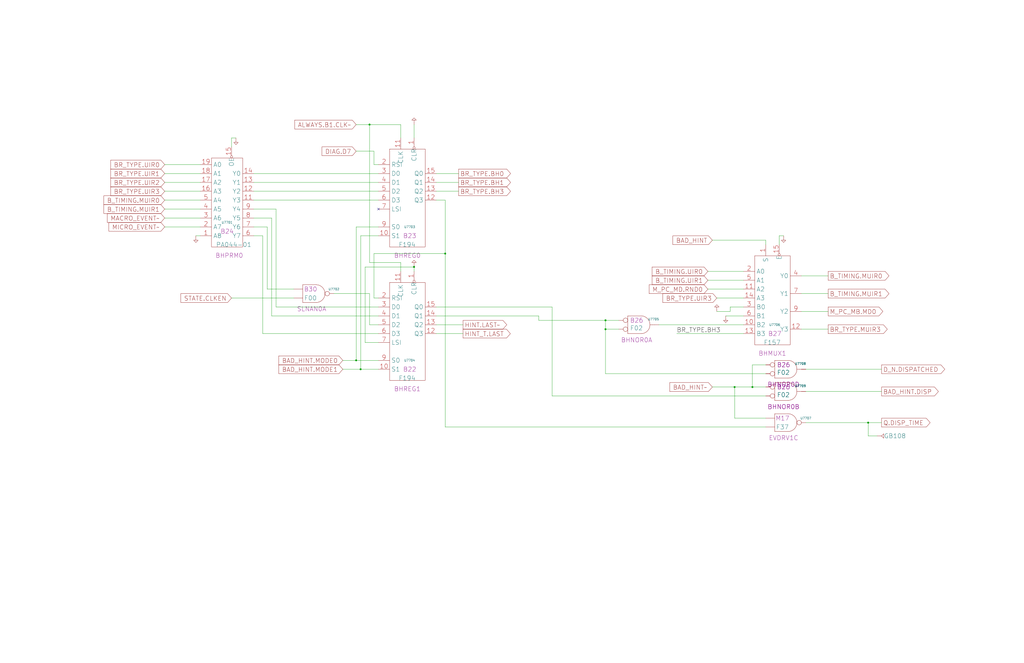
<source format=kicad_sch>
(kicad_sch (version 20220126) (generator eeschema)
  (paper "User" 584.2 378.46)
  (title_block (title "BAD HINT UIR CONTROL") (date "22-MAY-90") (rev "1.0") (comment 1 "SEQUENCER") (comment 2 "232-003064") (comment 3 "S400") (comment 4 "RELEASED"))
  (lib_symbols
    (symbol "r1000:F00" (pin_numbers hide) (pin_names hide)
      (property "Reference" "U" (at 15.24 0 0))
      (property "Value" "F00" (at 1.905 -5.08 0))
      (property "Location" "___" (at 1.905 0 0))
      (property "Name" "______" (at 2.54 -12.7 0))
      (symbol "F00_0_1"
        (polyline (pts (xy -2.54 -7.62) (xy 5.08 -7.62)) (stroke (width 0.1524)))
        (polyline (pts (xy -2.54 2.54) (xy -2.54 -7.62)) (stroke (width 0.1524)))
        (polyline (pts (xy -2.54 2.54) (xy 5.08 2.54)) (stroke (width 0.1524)))
        (arc (start 5.08 -7.62) (mid 10.1282 -2.54) (end 5.08 2.54) (stroke (width 0.1524)))
        (circle (center 11.43 -2.54) (radius 1.27) (stroke (width 0.1524)))
      )
      (symbol "F00_0_2"
        (circle (center -3.81 -5.08) (radius 1.27) (stroke (width 0.1524)))
        (circle (center -3.81 0) (radius 1.27) (stroke (width 0.1524)))
        (arc (start -3.175 -7.62) (mid -2.134 -2.54) (end -3.175 2.54) (stroke (width 0.1524)))
        (polyline (pts (xy -3.175 -7.62) (xy 3.81 -7.62)) (stroke (width 0.1524)))
        (polyline (pts (xy -3.175 2.54) (xy 3.81 2.54)) (stroke (width 0.1524)))
        (arc (start 3.81 -7.62) (mid 7.5855 -5.8306) (end 10.16 -2.54) (stroke (width 0.1524)))
        (arc (start 10.16 -2.54) (mid 7.5827 0.7471) (end 3.81 2.54) (stroke (width 0.1524)))
      )
      (symbol "F00_1_1"
        (pin input line (at -7.62 0 0) (length 5.08) (name "D0") (number "1"))
        (pin input line (at -7.62 -5.08 0) (length 5.08) (name "D1") (number "2"))
        (pin output line (at 15.24 -2.54 180) (length 2.54) (name "Q") (number "3"))
      )
      (symbol "F00_1_2"
        (pin input line (at -7.62 0 0) (length 2.54) (name "D0") (number "1"))
        (pin input line (at -7.62 -5.08 0) (length 2.54) (name "D1") (number "2"))
        (pin output line (at 15.24 -2.54 180) (length 5.08) (name "Q") (number "3"))
      )
    )
    (symbol "r1000:F02" (pin_numbers hide) (pin_names hide)
      (property "Reference" "U" (at 12.16 0.635 0))
      (property "Value" "F02" (at -1.27 -4.445 0))
      (property "Location" "___" (at 2.54 0 0))
      (property "Name" "______" (at 2.54 -12.7 0))
      (symbol "F02_0_1"
        (arc (start -3.81 -7.62) (mid -2.9847 -2.54) (end -3.81 2.54) (stroke (width 0.1524)))
        (polyline (pts (xy -5.08 -5.08) (xy -3.175 -5.08)) (stroke (width 0.1524)))
        (polyline (pts (xy -5.08 0) (xy -3.175 0)) (stroke (width 0.1524)))
        (polyline (pts (xy -3.81 -7.62) (xy 2.54 -7.62)) (stroke (width 0.1524)))
        (polyline (pts (xy -3.81 2.54) (xy 2.54 2.54)) (stroke (width 0.1524)))
        (polyline (pts (xy 13.97 -2.54) (xy 12.7 -2.54)) (stroke (width 0.1524)))
        (arc (start 2.54 -7.62) (mid 6.9515 -5.9823) (end 10.16 -2.54) (stroke (width 0.1524)))
        (arc (start 10.16 -2.54) (mid 6.9478 0.8966) (end 2.54 2.54) (stroke (width 0.1524)))
        (circle (center 11.43 -2.54) (radius 1.27) (stroke (width 0.1524)))
      )
      (symbol "F02_0_2"
        (circle (center -3.81 -5.08) (radius 1.27) (stroke (width 0.1524)))
        (circle (center -3.81 0) (radius 1.27) (stroke (width 0.1524)))
        (polyline (pts (xy -2.54 -7.62) (xy 5.08 -7.62)) (stroke (width 0.1524)))
        (polyline (pts (xy -2.54 2.54) (xy -2.54 -7.62)) (stroke (width 0.1524)))
        (polyline (pts (xy -2.54 2.54) (xy 5.08 2.54)) (stroke (width 0.1524)))
        (polyline (pts (xy 11.43 -2.54) (xy 10.16 -2.54)) (stroke (width 0.1524)))
        (polyline (pts (xy 11.43 -2.54) (xy 12.7 -2.54)) (stroke (width 0.1524)))
        (arc (start 5.08 -7.62) (mid 10.1282 -2.54) (end 5.08 2.54) (stroke (width 0.1524)))
      )
      (symbol "F02_1_1"
        (pin input line (at -7.62 0 0) (length 2.54) (name "D0") (number "1"))
        (pin input line (at -7.62 -5.08 0) (length 2.54) (name "D1") (number "2"))
        (pin output line (at 15.24 -2.54 180) (length 1.27) (name "Q") (number "3"))
      )
      (symbol "F02_1_2"
        (pin input line (at -7.62 0 0) (length 2.54) (name "D0") (number "1"))
        (pin input line (at -7.62 -5.08 0) (length 2.54) (name "D1") (number "2"))
        (pin output line (at 15.24 -2.54 180) (length 2.54) (name "Q") (number "3"))
      )
    )
    (symbol "r1000:F157" (pin_names (offset 1.016))
      (property "Reference" "U" (at 2.54 5.08 0))
      (property "Value" "F157" (at -3.81 -5.08 0))
      (property "Location" "___" (at -1.27 0 0))
      (property "Name" "______" (at 1.27 -12.7 0))
      (symbol "F157_1_1"
        (rectangle (start -8.89 44.45) (end 11.43 -6.35))
        (circle (center 5.08 45.085) (radius 0.635))
        (pin input line (at -2.54 50.8 270) (length 6.35) (name "S") (number "1"))
        (pin input line (at -15.24 5.08 0) (length 6.35) (name "B2") (number "10"))
        (pin input line (at -15.24 25.4 0) (length 6.35) (name "A2") (number "11"))
        (pin output line (at 17.78 2.54 180) (length 6.35) (name "Y3") (number "12"))
        (pin input line (at -15.24 0 0) (length 6.35) (name "B3") (number "13"))
        (pin input line (at -15.24 20.32 0) (length 6.35) (name "A3") (number "14"))
        (pin input line (at 5.08 50.8 270) (length 5.08) (name "E") (number "15"))
        (pin input line (at -15.24 35.56 0) (length 6.35) (name "A0") (number "2"))
        (pin input line (at -15.24 15.24 0) (length 6.35) (name "B0") (number "3"))
        (pin output line (at 17.78 33.02 180) (length 6.35) (name "Y0") (number "4"))
        (pin input line (at -15.24 30.48 0) (length 6.35) (name "A1") (number "5"))
        (pin input line (at -15.24 10.16 0) (length 6.35) (name "B1") (number "6"))
        (pin output line (at 17.78 22.86 180) (length 6.35) (name "Y1") (number "7"))
        (pin output line (at 17.78 12.7 180) (length 6.35) (name "Y2") (number "9"))
      )
    )
    (symbol "r1000:F194" (pin_names (offset 1.016))
      (property "Reference" "U" (at 2.54 5.08 0))
      (property "Value" "F194" (at -3.81 -5.08 0))
      (property "Location" "___" (at -1.27 0 0))
      (property "Name" "______" (at 1.27 -12.7 0))
      (symbol "F194_1_1"
        (rectangle (start -8.89 49.53) (end 11.43 -6.35))
        (circle (center 5.08 50.165) (radius 0.635))
        (pin input line (at 5.08 55.88 270) (length 5.08) (name "CLR") (number "1"))
        (pin input line (at -15.24 0 0) (length 6.35) (name "S1") (number "10"))
        (pin input line (at -2.54 55.88 270) (length 6.35) (name "CLK") (number "11"))
        (pin output line (at 17.78 20.32 180) (length 6.35) (name "Q3") (number "12"))
        (pin output line (at 17.78 25.4 180) (length 6.35) (name "Q2") (number "13"))
        (pin output line (at 17.78 30.48 180) (length 6.35) (name "Q1") (number "14"))
        (pin output line (at 17.78 35.56 180) (length 6.35) (name "Q0") (number "15"))
        (pin input line (at -15.24 40.64 0) (length 6.35) (name "RSI") (number "2"))
        (pin input line (at -15.24 35.56 0) (length 6.35) (name "D0") (number "3"))
        (pin input line (at -15.24 30.48 0) (length 6.35) (name "D1") (number "4"))
        (pin input line (at -15.24 25.4 0) (length 6.35) (name "D2") (number "5"))
        (pin input line (at -15.24 20.32 0) (length 6.35) (name "D3") (number "6"))
        (pin input line (at -15.24 15.24 0) (length 6.35) (name "LSI") (number "7"))
        (pin input line (at -15.24 5.08 0) (length 6.35) (name "S0") (number "9"))
      )
    )
    (symbol "r1000:F37" (pin_numbers hide) (pin_names (offset 0) hide)
      (property "Reference" "U" (at 15.24 0 0))
      (property "Value" "F37" (at 1.905 -5.08 0))
      (property "Location" "___" (at 1.905 0 0))
      (property "Name" "______" (at 2.54 -12.7 0))
      (symbol "F37_0_1"
        (polyline (pts (xy -2.54 -7.62) (xy 5.08 -7.62)) (stroke (width 0.1524)))
        (polyline (pts (xy -2.54 2.54) (xy -2.54 -7.62)) (stroke (width 0.1524)))
        (polyline (pts (xy -2.54 2.54) (xy 5.08 2.54)) (stroke (width 0.1524)))
        (arc (start 5.08 -7.62) (mid 10.1282 -2.54) (end 5.08 2.54) (stroke (width 0.1524)))
        (circle (center 11.43 -2.54) (radius 1.27) (stroke (width 0.1524)))
      )
      (symbol "F37_0_2"
        (circle (center -3.81 -5.08) (radius 1.27) (stroke (width 0.1524)))
        (circle (center -3.81 0) (radius 1.27) (stroke (width 0.1524)))
        (arc (start -3.175 -7.62) (mid -2.134 -2.54) (end -3.175 2.54) (stroke (width 0.1524)))
        (polyline (pts (xy -3.175 -7.62) (xy 3.81 -7.62)) (stroke (width 0.1524)))
        (polyline (pts (xy -3.175 2.54) (xy 3.81 2.54)) (stroke (width 0.1524)))
        (arc (start 3.81 -7.62) (mid 7.5855 -5.8306) (end 10.16 -2.54) (stroke (width 0.1524)))
        (arc (start 10.16 -2.54) (mid 7.5827 0.7471) (end 3.81 2.54) (stroke (width 0.1524)))
      )
      (symbol "F37_1_1"
        (pin input line (at -7.62 0 0) (length 5.08) (name "D0") (number "1"))
        (pin input line (at -7.62 -5.08 0) (length 5.08) (name "D1") (number "2"))
        (pin output line (at 15.24 -2.54 180) (length 2.54) (name "Q") (number "3"))
      )
      (symbol "F37_1_2"
        (pin input line (at -7.62 0 0) (length 2.54) (name "D0") (number "1"))
        (pin input line (at -7.62 -5.08 0) (length 2.54) (name "D1") (number "2"))
        (pin output line (at 15.24 -2.54 180) (length 5.08) (name "Q") (number "3"))
      )
    )
    (symbol "r1000:GB" (pin_numbers hide) (pin_names (offset 0) hide)
      (property "Reference" "GB" (at 3.81 0 0))
      (symbol "GB_0_1"
        (polyline (pts (xy 2.54 0) (xy 3.81 1.27) (xy 3.81 -1.27) (xy 2.54 0)) (stroke (width 0.1524)))
      )
      (symbol "GB_1_1"
        (pin bidirectional line (at 0 0 0) (length 2.54) (name "") (number "1"))
      )
    )
    (symbol "r1000:PAxxx" (pin_names (offset 1.016))
      (property "Reference" "U" (at 2.54 5.08 0))
      (property "Value" "PAxxx" (at -3.81 -7.62 0))
      (property "Location" "___" (at -1.27 0 0))
      (property "Name" "______" (at 3.81 -15.24 0))
      (symbol "PAxxx_1_1"
        (rectangle (start -6.35 41.91) (end 11.43 -8.89))
        (circle (center 5.08 42.545) (radius 0.635))
        (pin input line (at -12.7 -2.54 0) (length 6.35) (name "A8") (number "1"))
        (pin tri_state line (at 17.78 17.78 180) (length 6.35) (name "Y3") (number "11"))
        (pin tri_state line (at 17.78 22.86 180) (length 6.35) (name "Y2") (number "12"))
        (pin tri_state line (at 17.78 27.94 180) (length 6.35) (name "Y1") (number "13"))
        (pin tri_state line (at 17.78 33.02 180) (length 6.35) (name "Y0") (number "14"))
        (pin input line (at 5.08 48.26 270) (length 5.08) (name "OE") (number "15"))
        (pin input line (at -12.7 22.86 0) (length 6.35) (name "A3") (number "16"))
        (pin input line (at -12.7 27.94 0) (length 6.35) (name "A2") (number "17"))
        (pin input line (at -12.7 33.02 0) (length 6.35) (name "A1") (number "18"))
        (pin input line (at -12.7 38.1 0) (length 6.35) (name "A0") (number "19"))
        (pin input line (at -12.7 2.54 0) (length 6.35) (name "A7") (number "2"))
        (pin input line (at -12.7 7.62 0) (length 6.35) (name "A6") (number "3"))
        (pin input line (at -12.7 12.7 0) (length 6.35) (name "A5") (number "4"))
        (pin input line (at -12.7 17.78 0) (length 6.35) (name "A4") (number "5"))
        (pin tri_state line (at 17.78 -2.54 180) (length 6.35) (name "Y7") (number "6"))
        (pin tri_state line (at 17.78 2.54 180) (length 6.35) (name "Y6") (number "7"))
        (pin tri_state line (at 17.78 7.62 180) (length 6.35) (name "Y5") (number "8"))
        (pin tri_state line (at 17.78 12.7 180) (length 6.35) (name "Y4") (number "9"))
      )
    )
    (symbol "r1000:PD" (power) (pin_numbers hide) (pin_names hide) (in_bom no)
      (symbol "PD_0_1"
        (polyline (pts (xy 0 -2.54) (xy 1.27 -2.54) (xy 0 -3.81) (xy -1.27 -2.54) (xy 0 -2.54)) (stroke (width 0.1524)))
      )
      (symbol "PD_1_1"
        (pin power_in line (at 0 0 270) (length 2.54) (name "PD") (number "1"))
      )
    )
    (symbol "r1000:PU" (power) (pin_numbers hide) (pin_names hide)
      (symbol "PU_0_1"
        (polyline (pts (xy 0 2.54) (xy -1.27 2.54) (xy 0 3.81) (xy 1.27 2.54) (xy 0 2.54)) (stroke (width 0.1524)))
      )
      (symbol "PU_1_1"
        (pin power_in line (at 0 0 90) (length 2.54) (name "PU") (number "1"))
      )
    )
  )
  (wire (pts (xy 111.76 134.62) (xy 114.3 134.62)))
  (wire (pts (xy 132.08 170.18) (xy 167.64 170.18)))
  (wire (pts (xy 132.08 78.74) (xy 132.08 83.82)))
  (wire (pts (xy 134.62 78.74) (xy 132.08 78.74)))
  (wire (pts (xy 144.78 104.14) (xy 215.9 104.14)))
  (wire (pts (xy 144.78 109.22) (xy 215.9 109.22)))
  (wire (pts (xy 144.78 114.3) (xy 215.9 114.3)))
  (wire (pts (xy 144.78 119.38) (xy 157.48 119.38)))
  (wire (pts (xy 144.78 124.46) (xy 154.94 124.46)))
  (wire (pts (xy 144.78 129.54) (xy 152.4 129.54)))
  (wire (pts (xy 144.78 134.62) (xy 149.86 134.62)))
  (wire (pts (xy 144.78 99.06) (xy 215.9 99.06)))
  (wire (pts (xy 149.86 134.62) (xy 149.86 190.5)))
  (wire (pts (xy 149.86 190.5) (xy 215.9 190.5)))
  (wire (pts (xy 152.4 129.54) (xy 152.4 165.1)))
  (wire (pts (xy 152.4 165.1) (xy 167.64 165.1)))
  (wire (pts (xy 154.94 124.46) (xy 154.94 180.34)))
  (wire (pts (xy 154.94 180.34) (xy 215.9 180.34)))
  (wire (pts (xy 157.48 119.38) (xy 157.48 175.26)))
  (wire (pts (xy 157.48 175.26) (xy 215.9 175.26)))
  (wire (pts (xy 190.5 167.64) (xy 210.82 167.64)))
  (wire (pts (xy 195.58 205.74) (xy 203.2 205.74)))
  (wire (pts (xy 195.58 210.82) (xy 205.74 210.82)))
  (wire (pts (xy 203.2 129.54) (xy 215.9 129.54)))
  (wire (pts (xy 203.2 205.74) (xy 203.2 129.54)))
  (wire (pts (xy 203.2 205.74) (xy 215.9 205.74)))
  (wire (pts (xy 203.2 71.12) (xy 210.82 71.12)))
  (wire (pts (xy 203.2 86.36) (xy 213.36 86.36)))
  (wire (pts (xy 205.74 134.62) (xy 215.9 134.62)))
  (wire (pts (xy 205.74 210.82) (xy 205.74 134.62)))
  (wire (pts (xy 205.74 210.82) (xy 215.9 210.82)))
  (wire (pts (xy 208.28 152.4) (xy 236.22 152.4)))
  (wire (pts (xy 208.28 195.58) (xy 208.28 152.4)))
  (wire (pts (xy 210.82 149.86) (xy 228.6 149.86)))
  (wire (pts (xy 210.82 167.64) (xy 210.82 185.42)))
  (wire (pts (xy 210.82 185.42) (xy 215.9 185.42)))
  (wire (pts (xy 210.82 71.12) (xy 210.82 149.86)))
  (wire (pts (xy 210.82 71.12) (xy 228.6 71.12)))
  (wire (pts (xy 213.36 144.78) (xy 213.36 170.18)))
  (wire (pts (xy 213.36 170.18) (xy 215.9 170.18)))
  (wire (pts (xy 213.36 86.36) (xy 213.36 93.98)))
  (wire (pts (xy 213.36 93.98) (xy 215.9 93.98)))
  (wire (pts (xy 215.9 195.58) (xy 208.28 195.58)))
  (wire (pts (xy 228.6 149.86) (xy 228.6 154.94)))
  (wire (pts (xy 228.6 71.12) (xy 228.6 78.74)))
  (wire (pts (xy 236.22 152.4) (xy 236.22 154.94)))
  (wire (pts (xy 236.22 71.12) (xy 236.22 78.74)))
  (wire (pts (xy 248.92 104.14) (xy 261.62 104.14)))
  (wire (pts (xy 248.92 109.22) (xy 261.62 109.22)))
  (wire (pts (xy 248.92 114.3) (xy 254 114.3)))
  (wire (pts (xy 248.92 175.26) (xy 314.96 175.26)))
  (wire (pts (xy 248.92 180.34) (xy 307.34 180.34)))
  (wire (pts (xy 248.92 185.42) (xy 264.16 185.42)))
  (wire (pts (xy 248.92 190.5) (xy 264.16 190.5)))
  (wire (pts (xy 248.92 99.06) (xy 261.62 99.06)))
  (wire (pts (xy 254 114.3) (xy 254 144.78)))
  (wire (pts (xy 254 144.78) (xy 213.36 144.78)))
  (wire (pts (xy 254 144.78) (xy 254 243.84)))
  (wire (pts (xy 254 243.84) (xy 436.88 243.84)))
  (wire (pts (xy 307.34 180.34) (xy 307.34 182.88)))
  (wire (pts (xy 307.34 182.88) (xy 345.44 182.88)))
  (wire (pts (xy 314.96 175.26) (xy 314.96 226.06)))
  (wire (pts (xy 314.96 226.06) (xy 436.88 226.06)))
  (wire (pts (xy 345.44 182.88) (xy 345.44 187.96)))
  (wire (pts (xy 345.44 182.88) (xy 353.06 182.88)))
  (wire (pts (xy 345.44 187.96) (xy 345.44 213.36)))
  (wire (pts (xy 345.44 187.96) (xy 353.06 187.96)))
  (wire (pts (xy 345.44 213.36) (xy 436.88 213.36)))
  (wire (pts (xy 375.92 185.42) (xy 424.18 185.42)))
  (wire (pts (xy 386.08 190.5) (xy 424.18 190.5)))
  (wire (pts (xy 403.86 154.94) (xy 424.18 154.94)))
  (wire (pts (xy 403.86 160.02) (xy 424.18 160.02)))
  (wire (pts (xy 403.86 165.1) (xy 424.18 165.1)))
  (wire (pts (xy 406.4 137.16) (xy 436.88 137.16)))
  (wire (pts (xy 406.4 220.98) (xy 419.1 220.98)))
  (wire (pts (xy 408.94 170.18) (xy 424.18 170.18)))
  (wire (pts (xy 408.94 177.8) (xy 416.56 177.8)))
  (wire (pts (xy 414.02 180.34) (xy 424.18 180.34)))
  (wire (pts (xy 416.56 175.26) (xy 424.18 175.26)))
  (wire (pts (xy 416.56 177.8) (xy 416.56 175.26)))
  (wire (pts (xy 419.1 220.98) (xy 419.1 238.76)))
  (wire (pts (xy 419.1 220.98) (xy 429.26 220.98)))
  (wire (pts (xy 419.1 238.76) (xy 436.88 238.76)))
  (wire (pts (xy 429.26 208.28) (xy 429.26 220.98)))
  (wire (pts (xy 429.26 220.98) (xy 436.88 220.98)))
  (wire (pts (xy 436.88 137.16) (xy 436.88 139.7)))
  (wire (pts (xy 436.88 208.28) (xy 429.26 208.28)))
  (wire (pts (xy 444.5 134.62) (xy 444.5 139.7)))
  (wire (pts (xy 447.04 134.62) (xy 444.5 134.62)))
  (wire (pts (xy 457.2 157.48) (xy 472.44 157.48)))
  (wire (pts (xy 457.2 167.64) (xy 472.44 167.64)))
  (wire (pts (xy 457.2 177.8) (xy 472.44 177.8)))
  (wire (pts (xy 457.2 187.96) (xy 472.44 187.96)))
  (wire (pts (xy 459.74 210.82) (xy 502.92 210.82)))
  (wire (pts (xy 459.74 223.52) (xy 502.92 223.52)))
  (wire (pts (xy 459.74 241.3) (xy 495.3 241.3)))
  (wire (pts (xy 495.3 241.3) (xy 502.92 241.3)))
  (wire (pts (xy 495.3 248.92) (xy 495.3 241.3)))
  (wire (pts (xy 500.38 248.92) (xy 495.3 248.92)))
  (wire (pts (xy 93.98 104.14) (xy 114.3 104.14)))
  (wire (pts (xy 93.98 109.22) (xy 114.3 109.22)))
  (wire (pts (xy 93.98 114.3) (xy 114.3 114.3)))
  (wire (pts (xy 93.98 119.38) (xy 114.3 119.38)))
  (wire (pts (xy 93.98 124.46) (xy 114.3 124.46)))
  (wire (pts (xy 93.98 129.54) (xy 114.3 129.54)))
  (wire (pts (xy 93.98 93.98) (xy 114.3 93.98)))
  (wire (pts (xy 93.98 99.06) (xy 114.3 99.06)))
  (global_label "BR_TYPE.UIR0" (shape input) (at 93.98 93.98 180) (effects (font (size 2.54 2.54))) (property "Intersheet References" "${INTERSHEET_REFS}" (at 63.1492 93.8213 0) (effects (font (size 2.54 2.54)) (justify right))))
  (global_label "BR_TYPE.UIR1" (shape input) (at 93.98 99.06 180) (effects (font (size 2.54 2.54))) (property "Intersheet References" "${INTERSHEET_REFS}" (at 63.1492 98.9013 0) (effects (font (size 2.54 2.54)) (justify right))))
  (global_label "BR_TYPE.UIR2" (shape input) (at 93.98 104.14 180) (effects (font (size 2.54 2.54))) (property "Intersheet References" "${INTERSHEET_REFS}" (at 63.1492 103.9813 0) (effects (font (size 2.54 2.54)) (justify right))))
  (global_label "BR_TYPE.UIR3" (shape input) (at 93.98 109.22 180) (effects (font (size 2.54 2.54))) (property "Intersheet References" "${INTERSHEET_REFS}" (at 63.1492 109.0613 0) (effects (font (size 2.54 2.54)) (justify right))))
  (global_label "B_TIMING.MUIR0" (shape input) (at 93.98 114.3 180) (effects (font (size 2.54 2.54))) (property "Intersheet References" "${INTERSHEET_REFS}" (at 59.2788 114.1413 0) (effects (font (size 2.54 2.54)) (justify right))))
  (global_label "B_TIMING.MUIR1" (shape input) (at 93.98 119.38 180) (effects (font (size 2.54 2.54))) (property "Intersheet References" "${INTERSHEET_REFS}" (at 59.2788 119.2213 0) (effects (font (size 2.54 2.54)) (justify right))))
  (global_label "MACRO_EVENT~" (shape input) (at 93.98 124.46 180) (effects (font (size 2.54 2.54))) (property "Intersheet References" "${INTERSHEET_REFS}" (at 61.214 124.3013 0) (effects (font (size 2.54 2.54)) (justify right))))
  (global_label "MICRO_EVENT~" (shape input) (at 93.98 129.54 180) (effects (font (size 2.54 2.54))) (property "Intersheet References" "${INTERSHEET_REFS}" (at 62.1816 129.3813 0) (effects (font (size 2.54 2.54)) (justify right))))
  (symbol (lib_id "r1000:PD") (at 111.76 134.62 0) (unit 1) (in_bom no)
    (property "Reference" "#PWR07701" (effects hide))
    (property "Value" "PD" (effects hide))
  )
  (symbol (lib_id "r1000:PAxxx") (at 127 132.08 0) (unit 1)
    (property "Reference" "U7701" (at 129.54 127 0))
    (property "Value" "PA044-01" (at 123.19 139.7 0) (effects (font (size 2.54 2.54)) (justify left)))
    (property "Location" "B24" (at 125.73 132.08 0) (effects (font (size 2.54 2.54)) (justify left)))
    (property "Name" "BHPRM0" (at 130.81 147.32 0) (effects (font (size 2.54 2.54)) (justify bottom)))
  )
  (global_label "STATE.CLKEN" (shape input) (at 132.08 170.18 180) (effects (font (size 2.54 2.54))) (property "Intersheet References" "${INTERSHEET_REFS}" (at 103.1845 170.0213 0) (effects (font (size 2.54 2.54)) (justify right))))
  (symbol (lib_id "r1000:PD") (at 134.62 78.74 0) (unit 1) (in_bom no)
    (property "Reference" "#PWR0151" (effects hide))
    (property "Value" "PD" (effects hide))
  )
  (symbol (lib_id "r1000:F00") (at 175.26 165.1 0) (unit 1)
    (property "Reference" "U7702" (at 190.5 165.1 0))
    (property "Value" "F00" (at 177.165 170.18 0) (effects (font (size 2.54 2.54))))
    (property "Location" "B30" (at 177.165 165.1 0) (effects (font (size 2.54 2.54))))
    (property "Name" "SLNAN0A" (at 177.8 177.8 0) (effects (font (size 2.54 2.54)) (justify bottom)))
  )
  (global_label "BAD_HINT.MODE0" (shape input) (at 195.58 205.74 180) (effects (font (size 2.54 2.54))) (property "Intersheet References" "${INTERSHEET_REFS}" (at 159.0645 205.5813 0) (effects (font (size 2.54 2.54)) (justify right))))
  (global_label "BAD_HINT.MODE1" (shape input) (at 195.58 210.82 180) (effects (font (size 2.54 2.54))) (property "Intersheet References" "${INTERSHEET_REFS}" (at 159.0645 210.6613 0) (effects (font (size 2.54 2.54)) (justify right))))
  (global_label "ALWAYS.B1.CLK~" (shape input) (at 203.2 71.12 180) (effects (font (size 2.54 2.54))) (property "Intersheet References" "${INTERSHEET_REFS}" (at 168.1359 70.9613 0) (effects (font (size 2.54 2.54)) (justify right))))
  (global_label "DIAG.D7" (shape input) (at 203.2 86.36 180) (effects (font (size 2.54 2.54))) (property "Intersheet References" "${INTERSHEET_REFS}" (at 183.7388 86.2013 0) (effects (font (size 2.54 2.54)) (justify right))))
  (junction (at 203.2 205.74))
  (junction (at 205.74 210.82))
  (junction (at 210.82 71.12))
  (no_connect (at 215.9 119.38))
  (symbol (lib_id "r1000:F194") (at 231.14 134.62 0) (unit 1)
    (property "Reference" "U7703" (at 233.68 129.54 0))
    (property "Value" "F194" (at 227.33 139.7 0) (effects (font (size 2.54 2.54)) (justify left)))
    (property "Location" "B23" (at 229.87 134.62 0) (effects (font (size 2.54 2.54)) (justify left)))
    (property "Name" "BHREG0" (at 232.41 147.32 0) (effects (font (size 2.54 2.54)) (justify bottom)))
  )
  (symbol (lib_id "r1000:F194") (at 231.14 210.82 0) (unit 1)
    (property "Reference" "U7704" (at 233.68 205.74 0))
    (property "Value" "F194" (at 227.33 215.9 0) (effects (font (size 2.54 2.54)) (justify left)))
    (property "Location" "B22" (at 229.87 210.82 0) (effects (font (size 2.54 2.54)) (justify left)))
    (property "Name" "BHREG1" (at 232.41 223.52 0) (effects (font (size 2.54 2.54)) (justify bottom)))
  )
  (symbol (lib_id "r1000:PU") (at 236.22 71.12 0) (unit 1)
    (property "Reference" "#PWR07702" (effects hide))
    (property "Value" "PU" (effects hide))
  )
  (junction (at 236.22 152.4))
  (symbol (lib_id "r1000:PU") (at 236.22 152.4 0) (unit 1)
    (property "Reference" "#PWR07703" (effects hide))
    (property "Value" "PU" (effects hide))
  )
  (junction (at 254 144.78))
  (global_label "BR_TYPE.BH0" (shape output) (at 261.62 99.06 0) (effects (font (size 2.54 2.54))) (property "Intersheet References" "${INTERSHEET_REFS}" (at 291.2412 98.9013 0) (effects (font (size 2.54 2.54)) (justify left))))
  (global_label "BR_TYPE.BH1" (shape output) (at 261.62 104.14 0) (effects (font (size 2.54 2.54))) (property "Intersheet References" "${INTERSHEET_REFS}" (at 291.2412 103.9813 0) (effects (font (size 2.54 2.54)) (justify left))))
  (global_label "BR_TYPE.BH3" (shape output) (at 261.62 109.22 0) (effects (font (size 2.54 2.54))) (property "Intersheet References" "${INTERSHEET_REFS}" (at 291.2412 109.0613 0) (effects (font (size 2.54 2.54)) (justify left))))
  (global_label "HINT.LAST~" (shape output) (at 264.16 185.42 0) (effects (font (size 2.54 2.54))) (property "Intersheet References" "${INTERSHEET_REFS}" (at 289.0641 185.2613 0) (effects (font (size 2.54 2.54)) (justify left))))
  (global_label "HINT_T.LAST" (shape output) (at 264.16 190.5 0) (effects (font (size 2.54 2.54))) (property "Intersheet References" "${INTERSHEET_REFS}" (at 291.1203 190.3413 0) (effects (font (size 2.54 2.54)) (justify left))))
  (junction (at 345.44 182.88))
  (junction (at 345.44 187.96))
  (symbol (lib_id "r1000:F02") (at 360.68 182.88 0) (unit 1) (convert 2)
    (property "Reference" "U7705" (at 372.84 182.245 0))
    (property "Value" "F02" (at 359.41 187.325 0) (effects (font (size 2.54 2.54)) (justify left)))
    (property "Location" "B26" (at 363.22 182.88 0) (effects (font (size 2.54 2.54))))
    (property "Name" "BHNOR0A" (at 363.22 195.58 0) (effects (font (size 2.54 2.54)) (justify bottom)))
  )
  (label "BR_TYPE.BH3" (at 386.08 190.5 0) (effects (font (size 2.54 2.54))))
  (global_label "B_TIMING.UIR0" (shape input) (at 403.86 154.94 180) (effects (font (size 2.54 2.54))) (property "Intersheet References" "${INTERSHEET_REFS}" (at 372.0616 154.7813 0) (effects (font (size 2.54 2.54)) (justify right))))
  (global_label "B_TIMING.UIR1" (shape input) (at 403.86 160.02 180) (effects (font (size 2.54 2.54))) (property "Intersheet References" "${INTERSHEET_REFS}" (at 372.0616 159.8613 0) (effects (font (size 2.54 2.54)) (justify right))))
  (global_label "M_PC_MD.RND0" (shape input) (at 403.86 165.1 180) (effects (font (size 2.54 2.54))) (property "Intersheet References" "${INTERSHEET_REFS}" (at 370.3683 164.9413 0) (effects (font (size 2.54 2.54)) (justify right))))
  (global_label "BAD_HINT" (shape input) (at 406.4 137.16 180) (effects (font (size 2.54 2.54))) (property "Intersheet References" "${INTERSHEET_REFS}" (at 383.915 137.0013 0) (effects (font (size 2.54 2.54)) (justify right))))
  (global_label "BAD_HINT~" (shape input) (at 406.4 220.98 180) (effects (font (size 2.54 2.54))) (property "Intersheet References" "${INTERSHEET_REFS}" (at 382.1007 220.8213 0) (effects (font (size 2.54 2.54)) (justify right))))
  (global_label "BR_TYPE.UIR3" (shape input) (at 408.94 170.18 180) (effects (font (size 2.54 2.54))) (property "Intersheet References" "${INTERSHEET_REFS}" (at 378.1092 170.0213 0) (effects (font (size 2.54 2.54)) (justify right))))
  (symbol (lib_id "r1000:PU") (at 408.94 177.8 0) (unit 1)
    (property "Reference" "#PWR07705" (effects hide))
    (property "Value" "PU" (effects hide))
  )
  (symbol (lib_id "r1000:PD") (at 414.02 180.34 0) (unit 1) (in_bom no)
    (property "Reference" "#PWR07704" (effects hide))
    (property "Value" "PD" (effects hide))
  )
  (junction (at 419.1 220.98))
  (junction (at 429.26 220.98))
  (symbol (lib_id "r1000:F157") (at 439.42 190.5 0) (unit 1)
    (property "Reference" "U7706" (at 441.96 185.42 0))
    (property "Value" "F157" (at 435.61 195.58 0) (effects (font (size 2.54 2.54)) (justify left)))
    (property "Location" "B27" (at 438.15 190.5 0) (effects (font (size 2.54 2.54)) (justify left)))
    (property "Name" "BHMUX1" (at 440.69 203.2 0) (effects (font (size 2.54 2.54)) (justify bottom)))
  )
  (symbol (lib_id "r1000:F02") (at 444.5 208.28 0) (unit 1) (convert 2)
    (property "Reference" "U7708" (at 456.66 207.645 0))
    (property "Value" "F02" (at 443.23 212.725 0) (effects (font (size 2.54 2.54)) (justify left)))
    (property "Location" "B26" (at 447.04 208.28 0) (effects (font (size 2.54 2.54))))
    (property "Name" "BHNOR0D" (at 447.04 220.98 0) (effects (font (size 2.54 2.54)) (justify bottom)))
  )
  (symbol (lib_id "r1000:F02") (at 444.5 220.98 0) (unit 1) (convert 2)
    (property "Reference" "U7709" (at 456.66 220.345 0))
    (property "Value" "F02" (at 443.23 225.425 0) (effects (font (size 2.54 2.54)) (justify left)))
    (property "Location" "B26" (at 447.04 220.98 0) (effects (font (size 2.54 2.54))))
    (property "Name" "BHNOR0B" (at 447.04 233.68 0) (effects (font (size 2.54 2.54)) (justify bottom)))
  )
  (symbol (lib_id "r1000:F37") (at 444.5 238.76 0) (unit 1)
    (property "Reference" "U7707" (at 459.74 238.76 0))
    (property "Value" "F37" (at 446.405 243.84 0) (effects (font (size 2.54 2.54))))
    (property "Location" "M17" (at 446.405 238.76 0) (effects (font (size 2.54 2.54))))
    (property "Name" "EVDRV1C" (at 447.04 251.46 0) (effects (font (size 2.54 2.54)) (justify bottom)))
  )
  (symbol (lib_id "r1000:PD") (at 447.04 134.62 0) (unit 1) (in_bom no)
    (property "Reference" "#PWR07706" (effects hide))
    (property "Value" "PD" (effects hide))
  )
  (global_label "B_TIMING.MUIR0" (shape output) (at 472.44 157.48 0) (effects (font (size 2.54 2.54))) (property "Intersheet References" "${INTERSHEET_REFS}" (at 507.1412 157.3213 0) (effects (font (size 2.54 2.54)) (justify left))))
  (global_label "B_TIMING.MUIR1" (shape output) (at 472.44 167.64 0) (effects (font (size 2.54 2.54))) (property "Intersheet References" "${INTERSHEET_REFS}" (at 507.1412 167.4813 0) (effects (font (size 2.54 2.54)) (justify left))))
  (global_label "M_PC_MB.MD0" (shape output) (at 472.44 177.8 0) (effects (font (size 2.54 2.54))) (property "Intersheet References" "${INTERSHEET_REFS}" (at 503.6336 177.6413 0) (effects (font (size 2.54 2.54)) (justify left))))
  (global_label "BR_TYPE.MUIR3" (shape output) (at 472.44 187.96 0) (effects (font (size 2.54 2.54))) (property "Intersheet References" "${INTERSHEET_REFS}" (at 506.1736 187.8013 0) (effects (font (size 2.54 2.54)) (justify left))))
  (junction (at 495.3 241.3))
  (symbol (lib_id "r1000:GB") (at 500.38 248.92 0) (unit 1)
    (property "Reference" "GB108" (at 504.19 248.92 0) (effects (font (size 2.54 2.54)) (justify left)))
    (property "Value" "GB" (effects hide))
  )
  (global_label "D_N.DISPATCHED" (shape output) (at 502.92 210.82 0) (effects (font (size 2.54 2.54))) (property "Intersheet References" "${INTERSHEET_REFS}" (at 538.9517 210.6613 0) (effects (font (size 2.54 2.54)) (justify left))))
  (global_label "BAD_HINT.DISP" (shape output) (at 502.92 223.52 0) (effects (font (size 2.54 2.54))) (property "Intersheet References" "${INTERSHEET_REFS}" (at 535.3231 223.3613 0) (effects (font (size 2.54 2.54)) (justify left))))
  (global_label "Q.DISP_TIME" (shape output) (at 502.92 241.3 0) (effects (font (size 2.54 2.54))) (property "Intersheet References" "${INTERSHEET_REFS}" (at 530.606 241.1413 0) (effects (font (size 2.54 2.54)) (justify left))))
)
</source>
